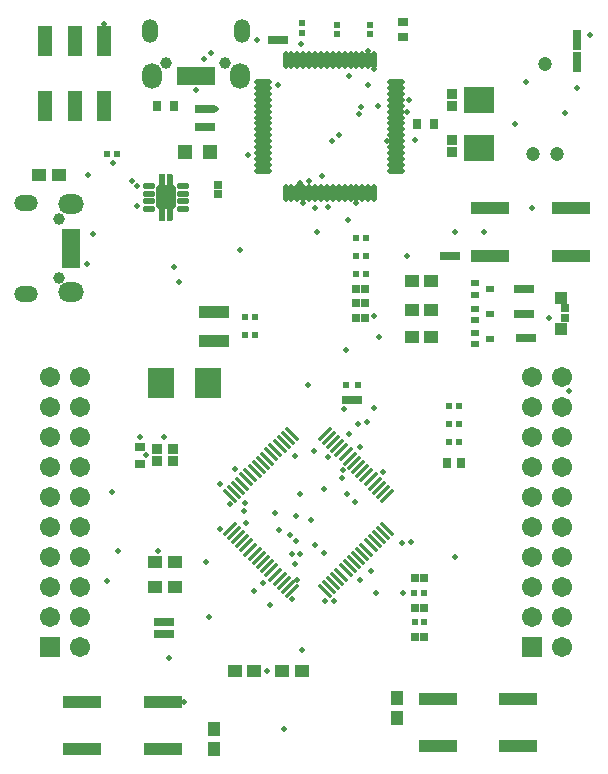
<source format=gts>
G04*
G04 #@! TF.GenerationSoftware,Altium Limited,Altium Designer,24.1.2 (44)*
G04*
G04 Layer_Color=8388736*
%FSLAX25Y25*%
%MOIN*%
G70*
G04*
G04 #@! TF.SameCoordinates,0CAF675C-D5BD-4F57-B94F-0EABEFC4C8CF*
G04*
G04*
G04 #@! TF.FilePolarity,Negative*
G04*
G01*
G75*
G04:AMPARAMS|DCode=16|XSize=59.06mil|YSize=11.81mil|CornerRadius=1.95mil|HoleSize=0mil|Usage=FLASHONLY|Rotation=135.000|XOffset=0mil|YOffset=0mil|HoleType=Round|Shape=RoundedRectangle|*
%AMROUNDEDRECTD16*
21,1,0.05906,0.00791,0,0,135.0*
21,1,0.05516,0.01181,0,0,135.0*
1,1,0.00390,-0.01670,0.02230*
1,1,0.00390,0.02230,-0.01670*
1,1,0.00390,0.01670,-0.02230*
1,1,0.00390,-0.02230,0.01670*
%
%ADD16ROUNDEDRECTD16*%
G04:AMPARAMS|DCode=17|XSize=11.81mil|YSize=59.06mil|CornerRadius=1.95mil|HoleSize=0mil|Usage=FLASHONLY|Rotation=135.000|XOffset=0mil|YOffset=0mil|HoleType=Round|Shape=RoundedRectangle|*
%AMROUNDEDRECTD17*
21,1,0.01181,0.05516,0,0,135.0*
21,1,0.00791,0.05906,0,0,135.0*
1,1,0.00390,0.01670,0.02230*
1,1,0.00390,0.02230,0.01670*
1,1,0.00390,-0.01670,-0.02230*
1,1,0.00390,-0.02230,-0.01670*
%
%ADD17ROUNDEDRECTD17*%
%ADD18R,0.03162X0.03359*%
%ADD19R,0.03359X0.03162*%
%ADD20R,0.02047X0.02047*%
%ADD21R,0.10249X0.08674*%
%ADD22R,0.08674X0.10249*%
%ADD23R,0.09843X0.03937*%
G04:AMPARAMS|DCode=24|XSize=21.78mil|YSize=41.47mil|CornerRadius=6mil|HoleSize=0mil|Usage=FLASHONLY|Rotation=270.000|XOffset=0mil|YOffset=0mil|HoleType=Round|Shape=RoundedRectangle|*
%AMROUNDEDRECTD24*
21,1,0.02178,0.02947,0,0,270.0*
21,1,0.00978,0.04147,0,0,270.0*
1,1,0.01200,-0.01473,-0.00489*
1,1,0.01200,-0.01473,0.00489*
1,1,0.01200,0.01473,0.00489*
1,1,0.01200,0.01473,-0.00489*
%
%ADD24ROUNDEDRECTD24*%
G04:AMPARAMS|DCode=25|XSize=76.9mil|YSize=67.06mil|CornerRadius=6.07mil|HoleSize=0mil|Usage=FLASHONLY|Rotation=270.000|XOffset=0mil|YOffset=0mil|HoleType=Round|Shape=RoundedRectangle|*
%AMROUNDEDRECTD25*
21,1,0.07690,0.05492,0,0,270.0*
21,1,0.06476,0.06706,0,0,270.0*
1,1,0.01213,-0.02746,-0.03238*
1,1,0.01213,-0.02746,0.03238*
1,1,0.01213,0.02746,0.03238*
1,1,0.01213,0.02746,-0.03238*
%
%ADD25ROUNDEDRECTD25*%
G04:AMPARAMS|DCode=26|XSize=17.84mil|YSize=57.21mil|CornerRadius=5.97mil|HoleSize=0mil|Usage=FLASHONLY|Rotation=0.000|XOffset=0mil|YOffset=0mil|HoleType=Round|Shape=RoundedRectangle|*
%AMROUNDEDRECTD26*
21,1,0.01784,0.04528,0,0,0.0*
21,1,0.00591,0.05721,0,0,0.0*
1,1,0.01194,0.00295,-0.02264*
1,1,0.01194,-0.00295,-0.02264*
1,1,0.01194,-0.00295,0.02264*
1,1,0.01194,0.00295,0.02264*
%
%ADD26ROUNDEDRECTD26*%
G04:AMPARAMS|DCode=27|XSize=17.84mil|YSize=57.21mil|CornerRadius=5.97mil|HoleSize=0mil|Usage=FLASHONLY|Rotation=90.000|XOffset=0mil|YOffset=0mil|HoleType=Round|Shape=RoundedRectangle|*
%AMROUNDEDRECTD27*
21,1,0.01784,0.04528,0,0,90.0*
21,1,0.00591,0.05721,0,0,90.0*
1,1,0.01194,0.02264,0.00295*
1,1,0.01194,0.02264,-0.00295*
1,1,0.01194,-0.02264,-0.00295*
1,1,0.01194,-0.02264,0.00295*
%
%ADD27ROUNDEDRECTD27*%
%ADD28R,0.04724X0.09843*%
%ADD29R,0.12598X0.03937*%
%ADD30R,0.01870X0.01968*%
%ADD31R,0.04560X0.03985*%
%ADD32R,0.03543X0.02559*%
%ADD33R,0.02559X0.03543*%
%ADD34R,0.03985X0.04560*%
%ADD35R,0.02800X0.02202*%
%ADD36R,0.02572X0.05918*%
%ADD37R,0.05918X0.02572*%
%ADD38R,0.04724X0.04724*%
%ADD39R,0.04343X0.04147*%
%ADD40R,0.02769X0.02572*%
%ADD41R,0.03635X0.03635*%
%ADD42R,0.02047X0.02047*%
%ADD43R,0.02953X0.03543*%
%ADD44R,0.03005X0.02847*%
%ADD45R,0.02847X0.03005*%
%ADD46R,0.03543X0.02953*%
%ADD47C,0.04702*%
%ADD48O,0.05328X0.07887*%
%ADD49O,0.06509X0.08674*%
%ADD50C,0.03950*%
%ADD51O,0.08674X0.06509*%
%ADD52O,0.07887X0.05328*%
%ADD53C,0.06737*%
%ADD54R,0.06737X0.06737*%
%ADD55C,0.01900*%
G36*
X51824Y190453D02*
X51875Y190442D01*
X51925Y190426D01*
X51972Y190402D01*
X52016Y190373D01*
X52055Y190339D01*
X52090Y190299D01*
X52119Y190255D01*
X52142Y190208D01*
X52159Y190159D01*
X52169Y190107D01*
X52172Y190055D01*
Y186020D01*
X52169Y185967D01*
X52159Y185916D01*
X52142Y185866D01*
X52119Y185819D01*
X52090Y185776D01*
X52055Y185736D01*
X52016Y185702D01*
X51972Y185672D01*
X51925Y185649D01*
X51875Y185633D01*
X51824Y185622D01*
X51772Y185619D01*
X50669D01*
X50617Y185622D01*
X50565Y185633D01*
X50516Y185649D01*
X50469Y185672D01*
X50425Y185702D01*
X50386Y185736D01*
X50351Y185776D01*
X50322Y185819D01*
X50299Y185866D01*
X50282Y185916D01*
X50272Y185967D01*
X50268Y186020D01*
Y190055D01*
X50272Y190107D01*
X50282Y190159D01*
X50299Y190208D01*
X50322Y190255D01*
X50351Y190299D01*
X50386Y190339D01*
X50425Y190373D01*
X50469Y190402D01*
X50516Y190426D01*
X50565Y190442D01*
X50617Y190453D01*
X50669Y190456D01*
X51772D01*
X51824Y190453D01*
D02*
G37*
G36*
X54383D02*
X54435Y190442D01*
X54484Y190426D01*
X54531Y190402D01*
X54575Y190373D01*
X54614Y190339D01*
X54649Y190299D01*
X54678Y190255D01*
X54701Y190208D01*
X54718Y190159D01*
X54728Y190107D01*
X54732Y190055D01*
Y186020D01*
X54728Y185967D01*
X54718Y185916D01*
X54701Y185866D01*
X54678Y185819D01*
X54649Y185776D01*
X54614Y185736D01*
X54575Y185702D01*
X54531Y185672D01*
X54484Y185649D01*
X54435Y185633D01*
X54383Y185622D01*
X54331Y185619D01*
X53228D01*
X53176Y185622D01*
X53125Y185633D01*
X53075Y185649D01*
X53028Y185672D01*
X52984Y185702D01*
X52945Y185736D01*
X52910Y185776D01*
X52881Y185819D01*
X52858Y185866D01*
X52841Y185916D01*
X52831Y185967D01*
X52828Y186020D01*
Y190055D01*
X52831Y190107D01*
X52841Y190159D01*
X52858Y190208D01*
X52881Y190255D01*
X52910Y190299D01*
X52945Y190339D01*
X52984Y190373D01*
X53028Y190402D01*
X53075Y190426D01*
X53125Y190442D01*
X53176Y190453D01*
X53228Y190456D01*
X54331D01*
X54383Y190453D01*
D02*
G37*
G36*
X51824Y201378D02*
X51875Y201367D01*
X51925Y201351D01*
X51972Y201327D01*
X52016Y201298D01*
X52055Y201264D01*
X52090Y201224D01*
X52119Y201181D01*
X52142Y201134D01*
X52159Y201084D01*
X52169Y201033D01*
X52172Y200980D01*
Y196945D01*
X52169Y196893D01*
X52159Y196841D01*
X52142Y196792D01*
X52119Y196745D01*
X52090Y196701D01*
X52055Y196661D01*
X52016Y196627D01*
X51972Y196598D01*
X51925Y196574D01*
X51875Y196558D01*
X51824Y196547D01*
X51772Y196544D01*
X50669D01*
X50617Y196547D01*
X50565Y196558D01*
X50516Y196574D01*
X50469Y196598D01*
X50425Y196627D01*
X50386Y196661D01*
X50351Y196701D01*
X50322Y196745D01*
X50299Y196792D01*
X50282Y196841D01*
X50272Y196893D01*
X50268Y196945D01*
Y200980D01*
X50272Y201033D01*
X50282Y201084D01*
X50299Y201134D01*
X50322Y201181D01*
X50351Y201224D01*
X50386Y201264D01*
X50425Y201298D01*
X50469Y201327D01*
X50516Y201351D01*
X50565Y201367D01*
X50617Y201378D01*
X50669Y201381D01*
X51772D01*
X51824Y201378D01*
D02*
G37*
G36*
X54383D02*
X54435Y201367D01*
X54484Y201351D01*
X54531Y201327D01*
X54575Y201298D01*
X54614Y201264D01*
X54649Y201224D01*
X54678Y201181D01*
X54701Y201134D01*
X54718Y201084D01*
X54728Y201033D01*
X54732Y200980D01*
Y196945D01*
X54728Y196893D01*
X54718Y196841D01*
X54701Y196792D01*
X54678Y196745D01*
X54649Y196701D01*
X54614Y196661D01*
X54575Y196627D01*
X54531Y196598D01*
X54484Y196574D01*
X54435Y196558D01*
X54383Y196547D01*
X54331Y196544D01*
X53228D01*
X53176Y196547D01*
X53125Y196558D01*
X53075Y196574D01*
X53028Y196598D01*
X52984Y196627D01*
X52945Y196661D01*
X52910Y196701D01*
X52881Y196745D01*
X52858Y196792D01*
X52841Y196841D01*
X52831Y196893D01*
X52828Y196945D01*
Y200980D01*
X52831Y201033D01*
X52841Y201084D01*
X52858Y201134D01*
X52881Y201181D01*
X52910Y201224D01*
X52945Y201264D01*
X52984Y201298D01*
X53028Y201327D01*
X53075Y201351D01*
X53125Y201367D01*
X53176Y201378D01*
X53228Y201381D01*
X54331D01*
X54383Y201378D01*
D02*
G37*
D16*
X94571Y114808D02*
D03*
X86220Y106456D02*
D03*
X108212Y64976D02*
D03*
X120740Y77504D02*
D03*
X106821Y63584D02*
D03*
X82044Y102280D02*
D03*
X89004Y109240D02*
D03*
X119348Y76112D02*
D03*
X93179Y113416D02*
D03*
X91788Y112024D02*
D03*
X90396Y110632D02*
D03*
X84828Y105064D02*
D03*
X77868Y98104D02*
D03*
X76476Y96712D02*
D03*
X115172Y71936D02*
D03*
X113780Y70544D02*
D03*
X112388Y69152D02*
D03*
X75084Y95321D02*
D03*
X116564Y73328D02*
D03*
X87612Y107848D02*
D03*
X109604Y66368D02*
D03*
X105429Y62192D02*
D03*
X73692Y93929D02*
D03*
X126308Y83071D02*
D03*
X124916Y81679D02*
D03*
X123524Y80288D02*
D03*
X122132Y78896D02*
D03*
X117956Y74720D02*
D03*
X110996Y67760D02*
D03*
X79260Y99496D02*
D03*
X80652Y100888D02*
D03*
X83436Y103672D02*
D03*
D17*
X82044Y74720D02*
D03*
X112388Y107848D02*
D03*
X76476Y80288D02*
D03*
X77868Y78896D02*
D03*
X80652Y76112D02*
D03*
X113780Y106456D02*
D03*
X83436Y73328D02*
D03*
X115172Y105064D02*
D03*
X84828Y71936D02*
D03*
X87612Y69152D02*
D03*
X89004Y67760D02*
D03*
X86220Y70544D02*
D03*
X119348Y100888D02*
D03*
X117956Y102280D02*
D03*
X116564Y103672D02*
D03*
X90396Y66368D02*
D03*
X91788Y64976D02*
D03*
X93179Y63584D02*
D03*
X94571Y62192D02*
D03*
X109604Y110632D02*
D03*
X110996Y109240D02*
D03*
X120740Y99496D02*
D03*
X122132Y98104D02*
D03*
X123524Y96712D02*
D03*
X108212Y112024D02*
D03*
X106821Y113416D02*
D03*
X79260Y77504D02*
D03*
X105429Y114808D02*
D03*
X126308Y93929D02*
D03*
X124916Y95321D02*
D03*
X73692Y83071D02*
D03*
X75084Y81679D02*
D03*
D18*
X189500Y244154D02*
D03*
Y247500D02*
D03*
Y237000D02*
D03*
Y240346D02*
D03*
D19*
X88154Y246000D02*
D03*
X91500D02*
D03*
X149000Y174000D02*
D03*
X145654D02*
D03*
X67173Y217000D02*
D03*
X63827D02*
D03*
X67173Y223000D02*
D03*
X63827D02*
D03*
X116329Y126000D02*
D03*
X112982D02*
D03*
X170327Y154500D02*
D03*
X173673D02*
D03*
X170327Y163000D02*
D03*
X173673D02*
D03*
X170827Y146500D02*
D03*
X174173D02*
D03*
X53673Y48000D02*
D03*
X50327D02*
D03*
X53673Y52000D02*
D03*
X50327D02*
D03*
D20*
X98000Y251575D02*
D03*
Y248425D02*
D03*
X120500Y247925D02*
D03*
Y251075D02*
D03*
X109500Y247925D02*
D03*
Y251075D02*
D03*
D21*
X157000Y210126D02*
D03*
Y225874D02*
D03*
D22*
X66500Y131500D02*
D03*
X50752D02*
D03*
D23*
X68661Y145579D02*
D03*
Y155421D02*
D03*
D24*
X58307Y189661D02*
D03*
Y192220D02*
D03*
Y194780D02*
D03*
Y197339D02*
D03*
X46693Y189661D02*
D03*
Y192220D02*
D03*
Y194780D02*
D03*
Y197339D02*
D03*
D25*
X52500Y193500D02*
D03*
D26*
X102224Y195028D02*
D03*
X114035Y239319D02*
D03*
X100256Y195028D02*
D03*
X92382D02*
D03*
X94350D02*
D03*
X119941Y239319D02*
D03*
X121909D02*
D03*
X116004D02*
D03*
X117972D02*
D03*
X104193Y195028D02*
D03*
X108130Y239319D02*
D03*
Y195028D02*
D03*
X117972D02*
D03*
X96319D02*
D03*
X116004D02*
D03*
X98287D02*
D03*
X121909D02*
D03*
X110098Y239319D02*
D03*
X92382D02*
D03*
X112067Y195028D02*
D03*
Y239319D02*
D03*
X110098Y195028D02*
D03*
X106161D02*
D03*
X114035D02*
D03*
X119941D02*
D03*
X106161Y239319D02*
D03*
X104193D02*
D03*
X102224D02*
D03*
X100256D02*
D03*
X98287D02*
D03*
X96319D02*
D03*
X94350D02*
D03*
D27*
X129291Y228000D02*
D03*
Y218157D02*
D03*
Y224063D02*
D03*
Y222094D02*
D03*
Y212252D02*
D03*
Y216189D02*
D03*
Y206346D02*
D03*
Y214220D02*
D03*
Y204378D02*
D03*
X85000Y228000D02*
D03*
Y210283D02*
D03*
X129291Y220126D02*
D03*
Y210283D02*
D03*
X85000Y212252D02*
D03*
Y229968D02*
D03*
X129291Y226031D02*
D03*
X85000Y231937D02*
D03*
Y226031D02*
D03*
Y224063D02*
D03*
Y222094D02*
D03*
Y220126D02*
D03*
Y218157D02*
D03*
Y216189D02*
D03*
Y214220D02*
D03*
Y208315D02*
D03*
Y206346D02*
D03*
Y204378D02*
D03*
Y202409D02*
D03*
X129291D02*
D03*
Y208315D02*
D03*
Y229968D02*
D03*
Y231937D02*
D03*
D28*
X22157Y245500D02*
D03*
Y223846D02*
D03*
X12315Y245500D02*
D03*
Y223846D02*
D03*
X32000Y245500D02*
D03*
Y223846D02*
D03*
D29*
X51386Y9626D02*
D03*
Y25374D02*
D03*
X24614Y9626D02*
D03*
Y25374D02*
D03*
X143114Y26374D02*
D03*
Y10626D02*
D03*
X169886Y26374D02*
D03*
Y10626D02*
D03*
X160614Y174126D02*
D03*
Y189874D02*
D03*
X187386Y174126D02*
D03*
Y189874D02*
D03*
D30*
X116500Y131000D02*
D03*
X112464D02*
D03*
D31*
X55500Y72000D02*
D03*
X48988D02*
D03*
X55500Y63500D02*
D03*
X48988D02*
D03*
X10244Y201000D02*
D03*
X16756D02*
D03*
X141000Y165500D02*
D03*
X134488D02*
D03*
X141000Y156000D02*
D03*
X134488D02*
D03*
X97756Y35500D02*
D03*
X91244D02*
D03*
X82000D02*
D03*
X75488D02*
D03*
X141000Y147000D02*
D03*
X134488D02*
D03*
D32*
X44000Y104646D02*
D03*
Y110354D02*
D03*
D33*
X136291Y218000D02*
D03*
X142000D02*
D03*
X49500Y224000D02*
D03*
X55209D02*
D03*
D34*
X129500Y26500D02*
D03*
Y19988D02*
D03*
X68500Y9744D02*
D03*
Y16256D02*
D03*
D35*
X160500Y154500D02*
D03*
X155402Y156469D02*
D03*
Y152531D02*
D03*
X160598Y162969D02*
D03*
X155500Y164937D02*
D03*
Y161000D02*
D03*
X160598Y146469D02*
D03*
X155500Y148437D02*
D03*
Y144500D02*
D03*
D36*
X62500Y234083D02*
D03*
X65059D02*
D03*
X57382D02*
D03*
X67618D02*
D03*
X59941D02*
D03*
D37*
X20917Y173941D02*
D03*
Y176500D02*
D03*
Y179059D02*
D03*
Y171382D02*
D03*
Y181618D02*
D03*
D38*
X67134Y208500D02*
D03*
X58866D02*
D03*
D39*
X184122Y160043D02*
D03*
Y149610D02*
D03*
D40*
X185500Y156500D02*
D03*
Y153154D02*
D03*
D41*
X55000Y109500D02*
D03*
Y105484D02*
D03*
X49500Y109500D02*
D03*
Y105484D02*
D03*
X148000Y208492D02*
D03*
Y212508D02*
D03*
Y228016D02*
D03*
Y224000D02*
D03*
D42*
X79000Y147575D02*
D03*
X82150D02*
D03*
X82075Y153575D02*
D03*
X78925D02*
D03*
X119150Y179917D02*
D03*
X116000D02*
D03*
X119150Y167917D02*
D03*
X116000D02*
D03*
X32925Y208000D02*
D03*
X36075D02*
D03*
X150075Y112000D02*
D03*
X146925D02*
D03*
X150150Y118000D02*
D03*
X147000D02*
D03*
X150150Y124000D02*
D03*
X147000D02*
D03*
X135425Y52000D02*
D03*
X138575D02*
D03*
X135350Y61500D02*
D03*
X138500D02*
D03*
X119150Y173917D02*
D03*
X116000D02*
D03*
D43*
X150862Y105000D02*
D03*
X146138D02*
D03*
D44*
X118996Y153417D02*
D03*
X116004D02*
D03*
X118992Y162917D02*
D03*
X116000D02*
D03*
X118992Y158417D02*
D03*
X116000D02*
D03*
X135504Y47000D02*
D03*
X138496D02*
D03*
X135504Y56500D02*
D03*
X138496D02*
D03*
X135504Y66500D02*
D03*
X138496D02*
D03*
D45*
X70000Y194504D02*
D03*
Y197496D02*
D03*
D46*
X131500Y247138D02*
D03*
Y251862D02*
D03*
D47*
X179000Y238000D02*
D03*
X182996Y208000D02*
D03*
X175004D02*
D03*
D48*
X77756Y249043D02*
D03*
X47244D02*
D03*
D49*
X77165Y234083D02*
D03*
X47835D02*
D03*
D50*
X72343Y238217D02*
D03*
X52657D02*
D03*
X16783Y166657D02*
D03*
Y186343D02*
D03*
D51*
X20917Y191165D02*
D03*
Y161835D02*
D03*
D52*
X5957Y191756D02*
D03*
Y161244D02*
D03*
D53*
X184500Y133500D02*
D03*
Y123500D02*
D03*
Y113500D02*
D03*
Y103500D02*
D03*
Y93500D02*
D03*
Y83500D02*
D03*
Y73500D02*
D03*
Y63500D02*
D03*
Y53500D02*
D03*
Y43500D02*
D03*
X174500Y133500D02*
D03*
Y123500D02*
D03*
Y113500D02*
D03*
Y103500D02*
D03*
Y93500D02*
D03*
Y83500D02*
D03*
Y73500D02*
D03*
Y63500D02*
D03*
Y53500D02*
D03*
X24000Y133500D02*
D03*
Y123500D02*
D03*
Y113500D02*
D03*
Y103500D02*
D03*
Y93500D02*
D03*
Y83500D02*
D03*
Y73500D02*
D03*
Y63500D02*
D03*
X14000Y133500D02*
D03*
Y123500D02*
D03*
Y113500D02*
D03*
Y103500D02*
D03*
Y93500D02*
D03*
Y83500D02*
D03*
Y73500D02*
D03*
Y63500D02*
D03*
Y53500D02*
D03*
X24000D02*
D03*
Y43500D02*
D03*
D54*
X174500D02*
D03*
X14000D02*
D03*
D55*
X134071Y78500D02*
D03*
X119500Y118500D02*
D03*
X116500Y118000D02*
D03*
X95500Y107400D02*
D03*
X194000Y247500D02*
D03*
X189500Y230000D02*
D03*
X185500Y221500D02*
D03*
X78500Y89000D02*
D03*
X78800Y91605D02*
D03*
X117100Y110452D02*
D03*
X115500Y92000D02*
D03*
X111500Y102500D02*
D03*
X70500Y98000D02*
D03*
X36500Y75500D02*
D03*
X33000Y65500D02*
D03*
X49700Y75600D02*
D03*
X44000Y113500D02*
D03*
X52000D02*
D03*
X113443Y114706D02*
D03*
X111800Y123000D02*
D03*
X82700Y246000D02*
D03*
X97600Y244800D02*
D03*
X43000Y190500D02*
D03*
X86248Y35500D02*
D03*
X174500Y190000D02*
D03*
X135500Y212500D02*
D03*
X169000Y218000D02*
D03*
X172500Y232000D02*
D03*
X117631Y223600D02*
D03*
X82000Y62300D02*
D03*
X186900Y129000D02*
D03*
X41300Y198839D02*
D03*
X35000Y205139D02*
D03*
X180154Y153154D02*
D03*
X42800Y197339D02*
D03*
X110098Y214424D02*
D03*
X116900Y221226D02*
D03*
X55209Y170267D02*
D03*
X45700Y107500D02*
D03*
X26052Y171382D02*
D03*
X26535Y201000D02*
D03*
X97250Y94500D02*
D03*
X116004Y191668D02*
D03*
X79100Y85100D02*
D03*
X111190Y100010D02*
D03*
X100772Y85962D02*
D03*
X95800Y87287D02*
D03*
X105250Y74950D02*
D03*
X120892Y69000D02*
D03*
X97756Y42756D02*
D03*
X122643Y61540D02*
D03*
X108633Y58850D02*
D03*
X93850Y81050D02*
D03*
X131676Y61676D02*
D03*
X117300Y66000D02*
D03*
X28341Y181400D02*
D03*
X75500Y103100D02*
D03*
X65059Y239500D02*
D03*
X132800Y222094D02*
D03*
X126181Y212252D02*
D03*
X69103Y223000D02*
D03*
X119941Y242429D02*
D03*
X121909Y236208D02*
D03*
X70500Y83071D02*
D03*
X77250Y175994D02*
D03*
X131141Y78441D02*
D03*
X149000Y182000D02*
D03*
X96300Y65900D02*
D03*
X87100Y57500D02*
D03*
X97100Y74700D02*
D03*
X94650Y74500D02*
D03*
X66000Y72000D02*
D03*
X95900Y78900D02*
D03*
X125000Y102000D02*
D03*
X90250Y82700D02*
D03*
X97100Y198300D02*
D03*
X53673Y39900D02*
D03*
X107926Y212252D02*
D03*
X67618Y241800D02*
D03*
X32000Y251300D02*
D03*
X121900Y154000D02*
D03*
X101800Y109000D02*
D03*
X102800Y182000D02*
D03*
X106600Y107000D02*
D03*
X113200Y186000D02*
D03*
X102100Y77700D02*
D03*
X56900Y165300D02*
D03*
X79700Y207600D02*
D03*
X113019Y94519D02*
D03*
X91756Y16256D02*
D03*
X149000Y73500D02*
D03*
X105300Y96200D02*
D03*
X133400Y226031D02*
D03*
X84700Y64900D02*
D03*
X99696Y131000D02*
D03*
X112464Y142500D02*
D03*
X132900Y174000D02*
D03*
X58600Y25400D02*
D03*
X98287Y191668D02*
D03*
X104400Y200600D02*
D03*
X66692Y53800D02*
D03*
X95500Y71240D02*
D03*
X94571Y59750D02*
D03*
X123400Y147000D02*
D03*
X158400Y182000D02*
D03*
X106600Y190200D02*
D03*
X105429Y58850D02*
D03*
X121900Y123150D02*
D03*
X34600Y95400D02*
D03*
X88800Y88200D02*
D03*
X62500Y229200D02*
D03*
X123200Y224063D02*
D03*
X89700Y231000D02*
D03*
X119700D02*
D03*
X100256Y199000D02*
D03*
X113600Y234100D02*
D03*
X73850Y91250D02*
D03*
X102200Y190000D02*
D03*
M02*

</source>
